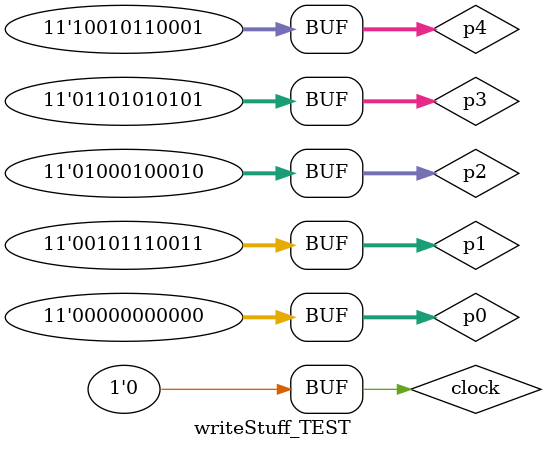
<source format=v>
`timescale 1ns / 1ps

module writeStuff_TEST;

	// Inputs
	reg clock;
	reg [10:0] p0;
	reg [10:0] p1;
	reg [10:0] p2;
	reg [10:0] p3;
	reg [10:0] p4;

	// Instantiate the Unit Under Test (UUT)
	writeStuff uut (
		.clock(clock), 
		.p0(p0), 
		.p1(p1), 
		.p2(p2), 
		.p3(p3), 
		.p4(p4)
	);

	initial begin
		// Initialize Inputs
		clock = 0;
		p0 = 0;
		p1 = 0;
		p2 = 0;
		p3 = 0;
		p4 = 0;

		// Wait 100 ns for global reset to finish
		#100;
		clock=1;
		p0= 11'b00000110001;
		p1= 11'b00101110011;
		p2= 11'b01000100010;
		p3= 11'b01101010101;
		p4= 11'b10010110001;
		#100 ;
		clock = 0 ;
		p0= 00000000000;
        
		// Add stimulus here

	end
      
endmodule


</source>
